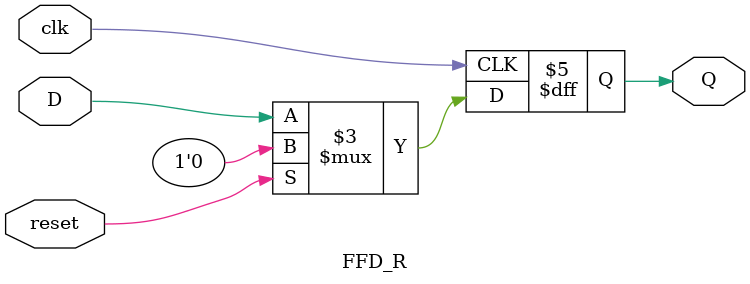
<source format=v>
module FFD(D,clk,Q);
	input D; // Data input 
	input clk; // clock input 
	output reg Q; // output Q 
	
	always @(posedge clk) 
		begin
			Q <= D; 
		end 
endmodule

module FFD_R( D, clk, reset, Q);
	input D; // Data input 
	input clk; // clock input 
	input reset;
	output reg Q; // output Q 
	
	always @(posedge clk) 
	begin
		if (reset)
			Q <= 1'b0;
		else
			Q <= D; 
	end 
endmodule
</source>
